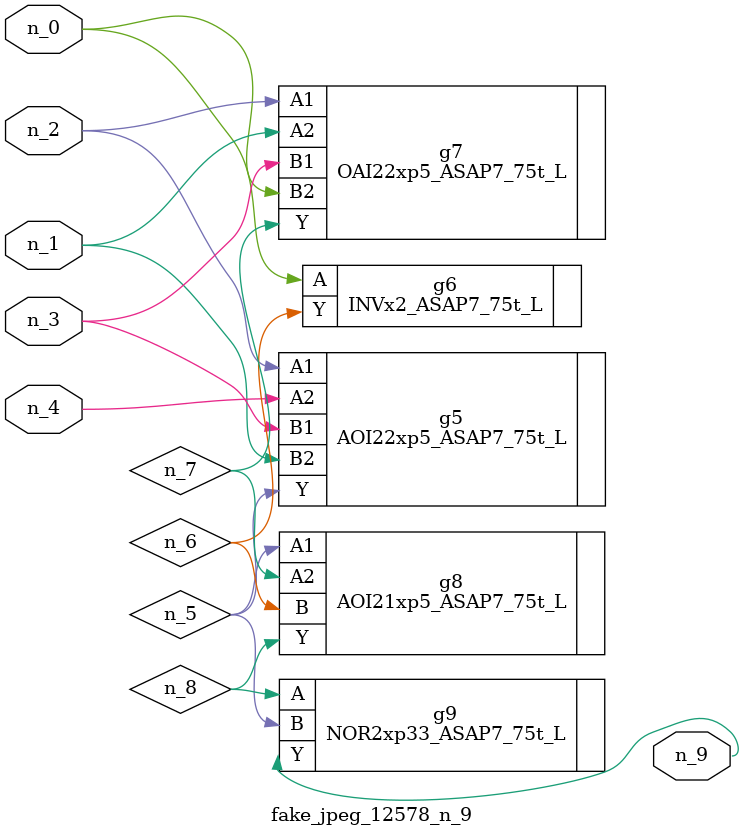
<source format=v>
module fake_jpeg_12578_n_9 (n_3, n_2, n_1, n_0, n_4, n_9);

input n_3;
input n_2;
input n_1;
input n_0;
input n_4;

output n_9;

wire n_8;
wire n_6;
wire n_5;
wire n_7;

AOI22xp5_ASAP7_75t_L g5 ( 
.A1(n_2),
.A2(n_4),
.B1(n_3),
.B2(n_1),
.Y(n_5)
);

INVx2_ASAP7_75t_L g6 ( 
.A(n_0),
.Y(n_6)
);

OAI22xp5_ASAP7_75t_L g7 ( 
.A1(n_2),
.A2(n_1),
.B1(n_3),
.B2(n_0),
.Y(n_7)
);

AOI21xp5_ASAP7_75t_L g8 ( 
.A1(n_5),
.A2(n_7),
.B(n_6),
.Y(n_8)
);

NOR2xp33_ASAP7_75t_L g9 ( 
.A(n_8),
.B(n_5),
.Y(n_9)
);


endmodule
</source>
